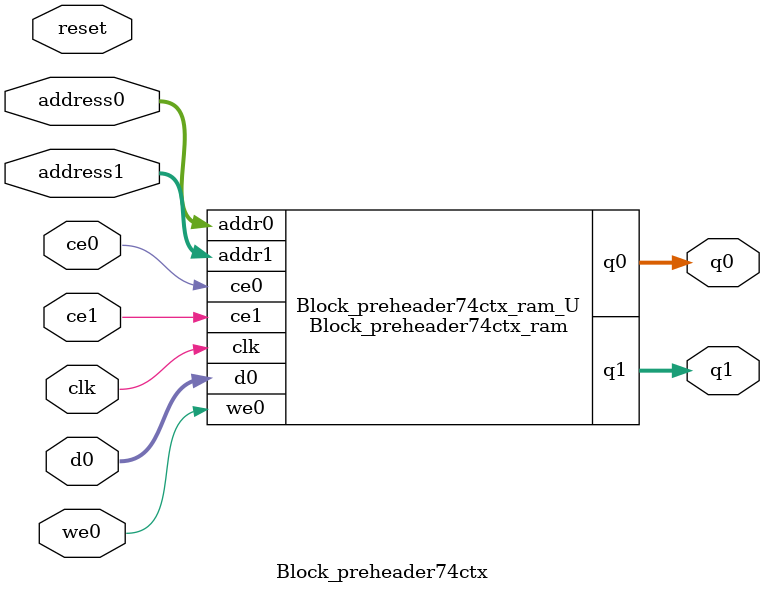
<source format=v>
`timescale 1 ns / 1 ps
module Block_preheader74ctx_ram (addr0, ce0, d0, we0, q0, addr1, ce1, q1,  clk);

parameter DWIDTH = 5;
parameter AWIDTH = 16;
parameter MEM_SIZE = 51200;

input[AWIDTH-1:0] addr0;
input ce0;
input[DWIDTH-1:0] d0;
input we0;
output reg[DWIDTH-1:0] q0;
input[AWIDTH-1:0] addr1;
input ce1;
output reg[DWIDTH-1:0] q1;
input clk;

(* ram_style = "block" *)reg [DWIDTH-1:0] ram[0:MEM_SIZE-1];




always @(posedge clk)  
begin 
    if (ce0) begin
        if (we0) 
            ram[addr0] <= d0; 
        q0 <= ram[addr0];
    end
end


always @(posedge clk)  
begin 
    if (ce1) begin
        q1 <= ram[addr1];
    end
end


endmodule

`timescale 1 ns / 1 ps
module Block_preheader74ctx(
    reset,
    clk,
    address0,
    ce0,
    we0,
    d0,
    q0,
    address1,
    ce1,
    q1);

parameter DataWidth = 32'd5;
parameter AddressRange = 32'd51200;
parameter AddressWidth = 32'd16;
input reset;
input clk;
input[AddressWidth - 1:0] address0;
input ce0;
input we0;
input[DataWidth - 1:0] d0;
output[DataWidth - 1:0] q0;
input[AddressWidth - 1:0] address1;
input ce1;
output[DataWidth - 1:0] q1;



Block_preheader74ctx_ram Block_preheader74ctx_ram_U(
    .clk( clk ),
    .addr0( address0 ),
    .ce0( ce0 ),
    .we0( we0 ),
    .d0( d0 ),
    .q0( q0 ),
    .addr1( address1 ),
    .ce1( ce1 ),
    .q1( q1 ));

endmodule


</source>
